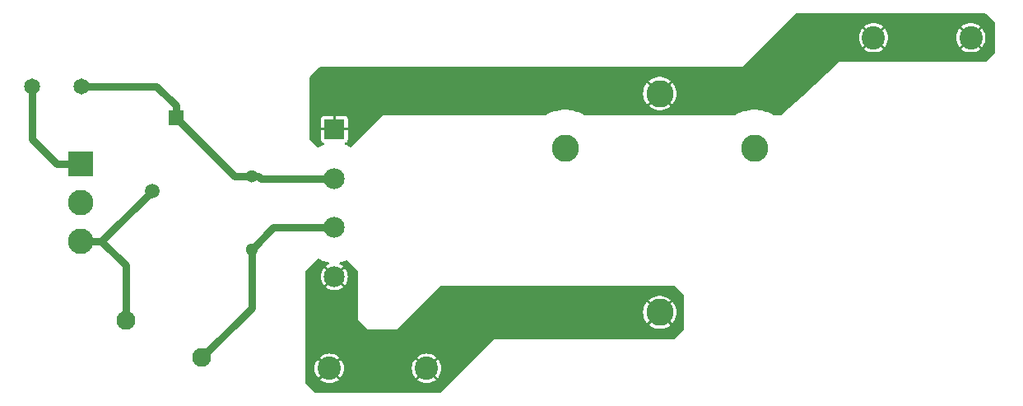
<source format=gbr>
%TF.GenerationSoftware,KiCad,Pcbnew,8.0.3*%
%TF.CreationDate,2024-08-03T11:21:45-05:00*%
%TF.ProjectId,1024A Capacitor Test PCB,31303234-4120-4436-9170-616369746f72,rev?*%
%TF.SameCoordinates,PX4a62f80PY7459280*%
%TF.FileFunction,Copper,L2,Bot*%
%TF.FilePolarity,Positive*%
%FSLAX46Y46*%
G04 Gerber Fmt 4.6, Leading zero omitted, Abs format (unit mm)*
G04 Created by KiCad (PCBNEW 8.0.3) date 2024-08-03 11:21:45*
%MOMM*%
%LPD*%
G01*
G04 APERTURE LIST*
%TA.AperFunction,ComponentPad*%
%ADD10C,2.800000*%
%TD*%
%TA.AperFunction,ComponentPad*%
%ADD11C,2.400000*%
%TD*%
%TA.AperFunction,ComponentPad*%
%ADD12R,1.515000X1.515000*%
%TD*%
%TA.AperFunction,ComponentPad*%
%ADD13C,1.515000*%
%TD*%
%TA.AperFunction,ComponentPad*%
%ADD14C,1.950000*%
%TD*%
%TA.AperFunction,ComponentPad*%
%ADD15R,2.625000X2.625000*%
%TD*%
%TA.AperFunction,ComponentPad*%
%ADD16C,2.625000*%
%TD*%
%TA.AperFunction,ComponentPad*%
%ADD17C,1.650000*%
%TD*%
%TA.AperFunction,ComponentPad*%
%ADD18C,1.300000*%
%TD*%
%TA.AperFunction,ComponentPad*%
%ADD19R,2.145000X2.145000*%
%TD*%
%TA.AperFunction,ComponentPad*%
%ADD20C,2.145000*%
%TD*%
%TA.AperFunction,Conductor*%
%ADD21C,0.762000*%
%TD*%
G04 APERTURE END LIST*
D10*
%TO.P,C2,1*%
%TO.N,/LINErect*%
X78000000Y33250000D03*
%TO.P,C2,2*%
%TO.N,/NEUTrect*%
X78000000Y10750000D03*
%TO.P,C2,NC1*%
%TO.N,unconnected-(C2-PadNC1)*%
X87742786Y27625000D03*
%TO.P,C2,NC2*%
%TO.N,unconnected-(C2-PadNC2)*%
X68257214Y27625000D03*
%TD*%
D11*
%TO.P,TP4,1,1*%
%TO.N,/NEUTrect*%
X54000000Y5000000D03*
%TD*%
%TO.P,TP3,1,1*%
%TO.N,/NEUTrect*%
X44000000Y5000000D03*
%TD*%
%TO.P,TP2,1,1*%
%TO.N,/LINErect*%
X110000000Y39000000D03*
%TD*%
%TO.P,TP1,1,1*%
%TO.N,/LINErect*%
X100000000Y39000000D03*
%TD*%
D12*
%TO.P,RV1,1,1*%
%TO.N,/LINEfused*%
X28250000Y30750000D03*
D13*
%TO.P,RV1,2,2*%
%TO.N,/NEUT*%
X25750000Y23250000D03*
%TD*%
D14*
%TO.P,RT1,1,1*%
%TO.N,/NEUT*%
X23100000Y9910000D03*
%TO.P,RT1,2,2*%
%TO.N,/NEUTicl*%
X30900000Y6090000D03*
%TD*%
D15*
%TO.P,J1,1,1*%
%TO.N,/LINE*%
X18450000Y26000000D03*
D16*
%TO.P,J1,2,2*%
%TO.N,unconnected-(J1-Pad2)*%
X18450000Y22040000D03*
%TO.P,J1,3,3*%
%TO.N,/NEUT*%
X18450000Y18080000D03*
%TD*%
D17*
%TO.P,F1,1,1*%
%TO.N,/LINE*%
X13460000Y34000000D03*
%TO.P,F1,2,2*%
%TO.N,/LINEfused*%
X18540000Y34000000D03*
%TD*%
D18*
%TO.P,C1,1*%
%TO.N,/LINEfused*%
X36000000Y24750000D03*
%TO.P,C1,2*%
%TO.N,/NEUTicl*%
X36000000Y17250000D03*
%TD*%
D19*
%TO.P,BR1,1,+*%
%TO.N,/LINErect*%
X44525000Y29575000D03*
D20*
%TO.P,BR1,2,~_1*%
%TO.N,/LINEfused*%
X44525000Y24525000D03*
%TO.P,BR1,3,~_2*%
%TO.N,/NEUTicl*%
X44525000Y19475000D03*
%TO.P,BR1,4,-*%
%TO.N,/NEUTrect*%
X44525000Y14425000D03*
%TD*%
D21*
%TO.N,/NEUTicl*%
X30900000Y6090000D02*
X36000000Y11190000D01*
X36000000Y11190000D02*
X36000000Y17250000D01*
X38225000Y19475000D02*
X36000000Y17250000D01*
X44525000Y19475000D02*
X38225000Y19475000D01*
%TO.N,/LINEfused*%
X36975000Y24525000D02*
X44525000Y24525000D01*
X36750000Y24750000D02*
X36975000Y24525000D01*
X36000000Y24750000D02*
X36750000Y24750000D01*
%TO.N,/NEUT*%
X23100000Y15560000D02*
X20580000Y18080000D01*
X23100000Y9910000D02*
X23100000Y15560000D01*
X20580000Y18080000D02*
X25750000Y23250000D01*
X18450000Y18080000D02*
X20580000Y18080000D01*
%TO.N,/LINEfused*%
X34250000Y24750000D02*
X28250000Y30750000D01*
X36000000Y24750000D02*
X34250000Y24750000D01*
X26250000Y34000000D02*
X18540000Y34000000D01*
X28250000Y32000000D02*
X26250000Y34000000D01*
X28250000Y30750000D02*
X28250000Y32000000D01*
%TO.N,/LINE*%
X13460000Y28540000D02*
X13460000Y34000000D01*
X16000000Y26000000D02*
X13460000Y28540000D01*
X18450000Y26000000D02*
X16000000Y26000000D01*
%TD*%
%TA.AperFunction,Conductor*%
%TO.N,/LINErect*%
G36*
X111515931Y41479998D02*
G01*
X111536905Y41463095D01*
X112463095Y40536905D01*
X112497121Y40474593D01*
X112500000Y40447810D01*
X112500000Y37552190D01*
X112479998Y37484069D01*
X112463095Y37463095D01*
X111536905Y36536905D01*
X111474593Y36502879D01*
X111447810Y36500000D01*
X96499999Y36500000D01*
X92676577Y32995196D01*
X90682562Y31167348D01*
X90536130Y31033119D01*
X90472399Y31001832D01*
X90450989Y31000000D01*
X89814511Y31000000D01*
X89753363Y31015832D01*
X89722218Y31033119D01*
X89480389Y31167345D01*
X89478702Y31168069D01*
X89113103Y31324961D01*
X88954625Y31374683D01*
X88731752Y31444610D01*
X88523713Y31487364D01*
X88340255Y31525065D01*
X87942627Y31565500D01*
X87942626Y31565500D01*
X87542946Y31565500D01*
X87542944Y31565500D01*
X87145316Y31525065D01*
X86778399Y31449662D01*
X86753820Y31444610D01*
X86610183Y31399544D01*
X86372468Y31324961D01*
X86005189Y31167348D01*
X86005185Y31167347D01*
X86005183Y31167345D01*
X85763354Y31033119D01*
X85732209Y31015832D01*
X85671061Y31000000D01*
X70328939Y31000000D01*
X70267791Y31015832D01*
X70236646Y31033119D01*
X69994817Y31167345D01*
X69993130Y31168069D01*
X69627531Y31324961D01*
X69469053Y31374683D01*
X69246180Y31444610D01*
X69038141Y31487364D01*
X68854683Y31525065D01*
X68457055Y31565500D01*
X68457054Y31565500D01*
X68057374Y31565500D01*
X68057372Y31565500D01*
X67659744Y31525065D01*
X67292827Y31449662D01*
X67268248Y31444610D01*
X67124611Y31399544D01*
X66886896Y31324961D01*
X66519617Y31167348D01*
X66519613Y31167347D01*
X66519611Y31167345D01*
X66277782Y31033119D01*
X66246637Y31015832D01*
X66185489Y31000000D01*
X49499998Y31000000D01*
X46282292Y27782294D01*
X46219980Y27748268D01*
X46149164Y27753333D01*
X46135994Y27759122D01*
X45996554Y27830170D01*
X45996546Y27830174D01*
X45748384Y27925434D01*
X45655335Y27961152D01*
X45598909Y28004237D01*
X45574732Y28070990D01*
X45590483Y28140217D01*
X45641161Y28189939D01*
X45667415Y28200363D01*
X45668493Y28200657D01*
X45772736Y28246685D01*
X45772739Y28246687D01*
X45853314Y28327262D01*
X45899343Y28431508D01*
X45899344Y28431510D01*
X45902299Y28456981D01*
X45902300Y28456986D01*
X45902300Y29448000D01*
X45228746Y29448000D01*
X45240000Y29504579D01*
X45240000Y29645421D01*
X45228746Y29702000D01*
X45902299Y29702000D01*
X45902299Y30693008D01*
X45902298Y30693015D01*
X45899343Y30718493D01*
X45853315Y30822737D01*
X45853313Y30822740D01*
X45772738Y30903315D01*
X45668492Y30949344D01*
X45668490Y30949345D01*
X45643019Y30952300D01*
X44652000Y30952300D01*
X44652000Y30278746D01*
X44595421Y30290000D01*
X44454579Y30290000D01*
X44398000Y30278746D01*
X44398000Y30952300D01*
X43406992Y30952300D01*
X43406985Y30952299D01*
X43381507Y30949344D01*
X43277263Y30903316D01*
X43277260Y30903314D01*
X43196685Y30822739D01*
X43150656Y30718493D01*
X43150655Y30718491D01*
X43147700Y30693020D01*
X43147700Y29702000D01*
X43821254Y29702000D01*
X43810000Y29645421D01*
X43810000Y29504579D01*
X43821254Y29448000D01*
X43147701Y29448000D01*
X43147701Y28456986D01*
X43150656Y28431508D01*
X43196684Y28327264D01*
X43196686Y28327261D01*
X43277261Y28246686D01*
X43381508Y28200656D01*
X43382584Y28200363D01*
X43383636Y28199717D01*
X43390177Y28196828D01*
X43389783Y28195937D01*
X43443065Y28163180D01*
X43473842Y28099201D01*
X43465144Y28028740D01*
X43419732Y27974166D01*
X43394662Y27961151D01*
X43053453Y27830174D01*
X43053437Y27830167D01*
X42880880Y27742245D01*
X42811103Y27729141D01*
X42745319Y27755842D01*
X42734583Y27765417D01*
X42036905Y28463095D01*
X42002879Y28525407D01*
X42000000Y28552190D01*
X42000000Y33250000D01*
X76290420Y33250000D01*
X76309515Y32995196D01*
X76366370Y32746097D01*
X76459720Y32508245D01*
X76459723Y32508237D01*
X76587476Y32286963D01*
X76707212Y32136819D01*
X76707213Y32136819D01*
X77207100Y32636706D01*
X77223249Y32612537D01*
X77362537Y32473249D01*
X77386703Y32457102D01*
X76886842Y31957240D01*
X76886842Y31957239D01*
X76934090Y31913400D01*
X77145214Y31769458D01*
X77145215Y31769457D01*
X77375410Y31658601D01*
X77375428Y31658594D01*
X77619572Y31583286D01*
X77619582Y31583284D01*
X77872248Y31545200D01*
X78127752Y31545200D01*
X78380417Y31583284D01*
X78380427Y31583286D01*
X78624571Y31658594D01*
X78624589Y31658601D01*
X78854784Y31769457D01*
X78854785Y31769458D01*
X79065905Y31913397D01*
X79065911Y31913403D01*
X79113155Y31957239D01*
X79113156Y31957240D01*
X78613295Y32457101D01*
X78637463Y32473249D01*
X78776751Y32612537D01*
X78792899Y32636705D01*
X79292786Y32136818D01*
X79412523Y32286963D01*
X79540276Y32508237D01*
X79540279Y32508245D01*
X79633629Y32746097D01*
X79690484Y32995196D01*
X79709579Y33250000D01*
X79690484Y33504805D01*
X79633629Y33753904D01*
X79540279Y33991756D01*
X79540276Y33991764D01*
X79412523Y34213038D01*
X79292786Y34363183D01*
X79292785Y34363183D01*
X78792898Y33863297D01*
X78776751Y33887463D01*
X78637463Y34026751D01*
X78613295Y34042900D01*
X79113156Y34542761D01*
X79113156Y34542763D01*
X79065909Y34586601D01*
X78854785Y34730543D01*
X78854784Y34730544D01*
X78624589Y34841400D01*
X78624571Y34841407D01*
X78380427Y34916715D01*
X78380417Y34916717D01*
X78127752Y34954800D01*
X77872248Y34954800D01*
X77619582Y34916717D01*
X77619572Y34916715D01*
X77375428Y34841407D01*
X77375410Y34841400D01*
X77145215Y34730544D01*
X77145214Y34730543D01*
X76934088Y34586598D01*
X76886842Y34542763D01*
X76886842Y34542762D01*
X77386704Y34042900D01*
X77362537Y34026751D01*
X77223249Y33887463D01*
X77207100Y33863296D01*
X76707213Y34363183D01*
X76707211Y34363183D01*
X76587480Y34213045D01*
X76587477Y34213040D01*
X76459723Y33991764D01*
X76459720Y33991756D01*
X76366370Y33753904D01*
X76309515Y33504805D01*
X76290420Y33250000D01*
X42000000Y33250000D01*
X42000000Y34947810D01*
X42020002Y35015931D01*
X42036905Y35036905D01*
X42963095Y35963095D01*
X43025407Y35997121D01*
X43052190Y36000000D01*
X86500000Y36000000D01*
X89500000Y39000000D01*
X98490547Y39000000D01*
X98509131Y38763871D01*
X98564425Y38533553D01*
X98655067Y38314725D01*
X98778830Y38112762D01*
X98778833Y38112758D01*
X98849919Y38029527D01*
X98849920Y38029526D01*
X99351292Y38530898D01*
X99378599Y38490030D01*
X99490030Y38378599D01*
X99530896Y38351294D01*
X99029524Y37849922D01*
X99029525Y37849921D01*
X99112757Y37778834D01*
X99112761Y37778831D01*
X99314724Y37655068D01*
X99533552Y37564426D01*
X99763870Y37509132D01*
X100000000Y37490548D01*
X100236129Y37509132D01*
X100466447Y37564426D01*
X100685275Y37655068D01*
X100887235Y37778829D01*
X100887237Y37778830D01*
X100970473Y37849921D01*
X100970474Y37849922D01*
X100469103Y38351293D01*
X100509970Y38378599D01*
X100621401Y38490030D01*
X100648707Y38530897D01*
X101150078Y38029526D01*
X101150079Y38029527D01*
X101221170Y38112763D01*
X101221171Y38112765D01*
X101344932Y38314725D01*
X101435574Y38533553D01*
X101490868Y38763871D01*
X101509452Y39000000D01*
X108490547Y39000000D01*
X108509131Y38763871D01*
X108564425Y38533553D01*
X108655067Y38314725D01*
X108778830Y38112762D01*
X108778833Y38112758D01*
X108849919Y38029527D01*
X108849920Y38029526D01*
X109351292Y38530898D01*
X109378599Y38490030D01*
X109490030Y38378599D01*
X109530896Y38351294D01*
X109029524Y37849922D01*
X109029525Y37849921D01*
X109112757Y37778834D01*
X109112761Y37778831D01*
X109314724Y37655068D01*
X109533552Y37564426D01*
X109763870Y37509132D01*
X110000000Y37490548D01*
X110236129Y37509132D01*
X110466447Y37564426D01*
X110685275Y37655068D01*
X110887235Y37778829D01*
X110887237Y37778830D01*
X110970473Y37849921D01*
X110970474Y37849922D01*
X110469103Y38351293D01*
X110509970Y38378599D01*
X110621401Y38490030D01*
X110648707Y38530897D01*
X111150078Y38029526D01*
X111150079Y38029527D01*
X111221170Y38112763D01*
X111221171Y38112765D01*
X111344932Y38314725D01*
X111435574Y38533553D01*
X111490868Y38763871D01*
X111509452Y39000000D01*
X111490868Y39236130D01*
X111435574Y39466448D01*
X111344932Y39685276D01*
X111221169Y39887239D01*
X111221166Y39887243D01*
X111150079Y39970475D01*
X111150078Y39970476D01*
X110648706Y39469105D01*
X110621401Y39509970D01*
X110509970Y39621401D01*
X110469102Y39648708D01*
X110970474Y40150080D01*
X110970473Y40150081D01*
X110887242Y40221167D01*
X110887238Y40221170D01*
X110685275Y40344933D01*
X110466447Y40435575D01*
X110236129Y40490869D01*
X110000000Y40509453D01*
X109763870Y40490869D01*
X109533552Y40435575D01*
X109314724Y40344933D01*
X109112762Y40221170D01*
X109112758Y40221168D01*
X109029525Y40150081D01*
X109029524Y40150080D01*
X109530896Y39648708D01*
X109490030Y39621401D01*
X109378599Y39509970D01*
X109351292Y39469104D01*
X108849920Y39970476D01*
X108849919Y39970475D01*
X108778832Y39887242D01*
X108778830Y39887238D01*
X108655067Y39685276D01*
X108564425Y39466448D01*
X108509131Y39236130D01*
X108490547Y39000000D01*
X101509452Y39000000D01*
X101490868Y39236130D01*
X101435574Y39466448D01*
X101344932Y39685276D01*
X101221169Y39887239D01*
X101221166Y39887243D01*
X101150079Y39970475D01*
X101150078Y39970476D01*
X100648706Y39469105D01*
X100621401Y39509970D01*
X100509970Y39621401D01*
X100469102Y39648708D01*
X100970474Y40150080D01*
X100970473Y40150081D01*
X100887242Y40221167D01*
X100887238Y40221170D01*
X100685275Y40344933D01*
X100466447Y40435575D01*
X100236129Y40490869D01*
X100000000Y40509453D01*
X99763870Y40490869D01*
X99533552Y40435575D01*
X99314724Y40344933D01*
X99112762Y40221170D01*
X99112758Y40221168D01*
X99029525Y40150081D01*
X99029524Y40150080D01*
X99530896Y39648708D01*
X99490030Y39621401D01*
X99378599Y39509970D01*
X99351292Y39469104D01*
X98849920Y39970476D01*
X98849919Y39970475D01*
X98778832Y39887242D01*
X98778830Y39887238D01*
X98655067Y39685276D01*
X98564425Y39466448D01*
X98509131Y39236130D01*
X98490547Y39000000D01*
X89500000Y39000000D01*
X91963095Y41463095D01*
X92025407Y41497121D01*
X92052190Y41500000D01*
X111447810Y41500000D01*
X111515931Y41479998D01*
G37*
%TD.AperFunction*%
%TD*%
%TA.AperFunction,Conductor*%
%TO.N,/NEUTrect*%
G36*
X42867710Y16263546D02*
G01*
X42880865Y16257764D01*
X43053444Y16169831D01*
X43053448Y16169830D01*
X43053453Y16169827D01*
X43324403Y16065819D01*
X43406989Y16034117D01*
X43772784Y15936103D01*
X43908702Y15914576D01*
X43972855Y15884164D01*
X44010383Y15823896D01*
X44009369Y15752906D01*
X43970137Y15693734D01*
X43948962Y15679313D01*
X43769102Y15581978D01*
X43644561Y15485044D01*
X43644561Y15485043D01*
X44117178Y15012426D01*
X44069214Y14980377D01*
X43969623Y14880786D01*
X43937574Y14832822D01*
X43464181Y15306215D01*
X43434389Y15273851D01*
X43309549Y15082769D01*
X43217863Y14873745D01*
X43217860Y14873738D01*
X43161830Y14652481D01*
X43142980Y14425000D01*
X43161830Y14197520D01*
X43217860Y13976263D01*
X43217863Y13976256D01*
X43309548Y13767235D01*
X43434394Y13576144D01*
X43464181Y13543788D01*
X43937573Y14017180D01*
X43969623Y13969214D01*
X44069214Y13869623D01*
X44117178Y13837575D01*
X43644561Y13364958D01*
X43769106Y13268020D01*
X43769107Y13268019D01*
X43969849Y13159384D01*
X43969852Y13159382D01*
X44185729Y13085271D01*
X44185736Y13085269D01*
X44410878Y13047700D01*
X44639122Y13047700D01*
X44864263Y13085269D01*
X44864270Y13085271D01*
X45080147Y13159382D01*
X45080150Y13159384D01*
X45280890Y13268019D01*
X45280892Y13268020D01*
X45405438Y13364957D01*
X45405438Y13364958D01*
X44932821Y13837575D01*
X44980786Y13869623D01*
X45080377Y13969214D01*
X45112425Y14017179D01*
X45585817Y13543787D01*
X45615609Y13576149D01*
X45740450Y13767232D01*
X45832136Y13976256D01*
X45832139Y13976263D01*
X45888169Y14197520D01*
X45907019Y14425000D01*
X45888169Y14652481D01*
X45832139Y14873738D01*
X45832136Y14873745D01*
X45740451Y15082766D01*
X45615605Y15273857D01*
X45585817Y15306214D01*
X45112425Y14832823D01*
X45080377Y14880786D01*
X44980786Y14980377D01*
X44932820Y15012427D01*
X45405437Y15485044D01*
X45280893Y15581981D01*
X45280892Y15581982D01*
X45101039Y15679313D01*
X45050648Y15729327D01*
X45035296Y15798643D01*
X45059857Y15865256D01*
X45116532Y15908016D01*
X45141296Y15914576D01*
X45277216Y15936103D01*
X45643011Y16034117D01*
X45799936Y16094356D01*
X45870695Y16100094D01*
X45933329Y16066664D01*
X45934181Y16065819D01*
X46963095Y15036905D01*
X46997121Y14974593D01*
X47000000Y14947810D01*
X47000000Y9999999D01*
X47999998Y9000001D01*
X48000000Y9000000D01*
X51000000Y9000000D01*
X52750000Y10750000D01*
X76290420Y10750000D01*
X76309515Y10495196D01*
X76366370Y10246097D01*
X76459720Y10008245D01*
X76459723Y10008237D01*
X76587476Y9786963D01*
X76707212Y9636819D01*
X76707213Y9636819D01*
X77207100Y10136706D01*
X77223249Y10112537D01*
X77362537Y9973249D01*
X77386703Y9957102D01*
X76886842Y9457240D01*
X76886842Y9457239D01*
X76934090Y9413400D01*
X77145214Y9269458D01*
X77145215Y9269457D01*
X77375410Y9158601D01*
X77375428Y9158594D01*
X77619572Y9083286D01*
X77619582Y9083284D01*
X77872248Y9045200D01*
X78127752Y9045200D01*
X78380417Y9083284D01*
X78380427Y9083286D01*
X78624571Y9158594D01*
X78624589Y9158601D01*
X78854784Y9269457D01*
X78854785Y9269458D01*
X79065905Y9413397D01*
X79065911Y9413403D01*
X79113155Y9457239D01*
X79113156Y9457240D01*
X78613295Y9957101D01*
X78637463Y9973249D01*
X78776751Y10112537D01*
X78792899Y10136705D01*
X79292786Y9636818D01*
X79412523Y9786963D01*
X79540276Y10008237D01*
X79540279Y10008245D01*
X79633629Y10246097D01*
X79690484Y10495196D01*
X79709579Y10750000D01*
X79690484Y11004805D01*
X79633629Y11253904D01*
X79540279Y11491756D01*
X79540276Y11491764D01*
X79412523Y11713038D01*
X79292786Y11863183D01*
X79292785Y11863183D01*
X78792898Y11363297D01*
X78776751Y11387463D01*
X78637463Y11526751D01*
X78613295Y11542900D01*
X79113156Y12042761D01*
X79113156Y12042763D01*
X79065909Y12086601D01*
X78854785Y12230543D01*
X78854784Y12230544D01*
X78624589Y12341400D01*
X78624571Y12341407D01*
X78380427Y12416715D01*
X78380417Y12416717D01*
X78127752Y12454800D01*
X77872248Y12454800D01*
X77619582Y12416717D01*
X77619572Y12416715D01*
X77375428Y12341407D01*
X77375410Y12341400D01*
X77145215Y12230544D01*
X77145214Y12230543D01*
X76934088Y12086598D01*
X76886842Y12042763D01*
X76886842Y12042762D01*
X77386704Y11542900D01*
X77362537Y11526751D01*
X77223249Y11387463D01*
X77207100Y11363296D01*
X76707213Y11863183D01*
X76707211Y11863183D01*
X76587480Y11713045D01*
X76587477Y11713040D01*
X76459723Y11491764D01*
X76459720Y11491756D01*
X76366370Y11253904D01*
X76309515Y11004805D01*
X76290420Y10750000D01*
X52750000Y10750000D01*
X55463095Y13463095D01*
X55525407Y13497121D01*
X55552190Y13500000D01*
X79447810Y13500000D01*
X79515931Y13479998D01*
X79536905Y13463095D01*
X80463095Y12536905D01*
X80497121Y12474593D01*
X80500000Y12447810D01*
X80500000Y9052190D01*
X80479998Y8984069D01*
X80463095Y8963095D01*
X79536905Y8036905D01*
X79474593Y8002879D01*
X79447810Y8000000D01*
X60999998Y8000000D01*
X55536905Y2536905D01*
X55474593Y2502879D01*
X55447810Y2500000D01*
X42552190Y2500000D01*
X42484069Y2520002D01*
X42463095Y2536905D01*
X41536905Y3463095D01*
X41502879Y3525407D01*
X41500000Y3552190D01*
X41500000Y5000000D01*
X42490547Y5000000D01*
X42509131Y4763871D01*
X42564425Y4533553D01*
X42655067Y4314725D01*
X42778830Y4112762D01*
X42778833Y4112758D01*
X42849919Y4029527D01*
X42849920Y4029526D01*
X43351292Y4530898D01*
X43378599Y4490030D01*
X43490030Y4378599D01*
X43530896Y4351294D01*
X43029524Y3849922D01*
X43029525Y3849921D01*
X43112757Y3778834D01*
X43112761Y3778831D01*
X43314724Y3655068D01*
X43533552Y3564426D01*
X43763870Y3509132D01*
X44000000Y3490548D01*
X44236129Y3509132D01*
X44466447Y3564426D01*
X44685275Y3655068D01*
X44887235Y3778829D01*
X44887237Y3778830D01*
X44970473Y3849921D01*
X44970474Y3849922D01*
X44469103Y4351293D01*
X44509970Y4378599D01*
X44621401Y4490030D01*
X44648707Y4530897D01*
X45150078Y4029526D01*
X45150079Y4029527D01*
X45221170Y4112763D01*
X45221171Y4112765D01*
X45344932Y4314725D01*
X45435574Y4533553D01*
X45490868Y4763871D01*
X45509452Y5000000D01*
X52490547Y5000000D01*
X52509131Y4763871D01*
X52564425Y4533553D01*
X52655067Y4314725D01*
X52778830Y4112762D01*
X52778833Y4112758D01*
X52849919Y4029527D01*
X52849920Y4029526D01*
X53351292Y4530898D01*
X53378599Y4490030D01*
X53490030Y4378599D01*
X53530896Y4351294D01*
X53029524Y3849922D01*
X53029525Y3849921D01*
X53112757Y3778834D01*
X53112761Y3778831D01*
X53314724Y3655068D01*
X53533552Y3564426D01*
X53763870Y3509132D01*
X54000000Y3490548D01*
X54236129Y3509132D01*
X54466447Y3564426D01*
X54685275Y3655068D01*
X54887235Y3778829D01*
X54887237Y3778830D01*
X54970473Y3849921D01*
X54970474Y3849922D01*
X54469103Y4351293D01*
X54509970Y4378599D01*
X54621401Y4490030D01*
X54648707Y4530897D01*
X55150078Y4029526D01*
X55150079Y4029527D01*
X55221170Y4112763D01*
X55221171Y4112765D01*
X55344932Y4314725D01*
X55435574Y4533553D01*
X55490868Y4763871D01*
X55509452Y5000000D01*
X55490868Y5236130D01*
X55435574Y5466448D01*
X55344932Y5685276D01*
X55221169Y5887239D01*
X55221166Y5887243D01*
X55150079Y5970475D01*
X55150078Y5970476D01*
X54648706Y5469105D01*
X54621401Y5509970D01*
X54509970Y5621401D01*
X54469102Y5648708D01*
X54970474Y6150080D01*
X54970473Y6150081D01*
X54887242Y6221167D01*
X54887238Y6221170D01*
X54685275Y6344933D01*
X54466447Y6435575D01*
X54236129Y6490869D01*
X54000000Y6509453D01*
X53763870Y6490869D01*
X53533552Y6435575D01*
X53314724Y6344933D01*
X53112762Y6221170D01*
X53112758Y6221168D01*
X53029525Y6150081D01*
X53029524Y6150080D01*
X53530896Y5648708D01*
X53490030Y5621401D01*
X53378599Y5509970D01*
X53351292Y5469104D01*
X52849920Y5970476D01*
X52849919Y5970475D01*
X52778832Y5887242D01*
X52778830Y5887238D01*
X52655067Y5685276D01*
X52564425Y5466448D01*
X52509131Y5236130D01*
X52490547Y5000000D01*
X45509452Y5000000D01*
X45490868Y5236130D01*
X45435574Y5466448D01*
X45344932Y5685276D01*
X45221169Y5887239D01*
X45221166Y5887243D01*
X45150079Y5970475D01*
X45150078Y5970476D01*
X44648706Y5469105D01*
X44621401Y5509970D01*
X44509970Y5621401D01*
X44469102Y5648708D01*
X44970474Y6150080D01*
X44970473Y6150081D01*
X44887242Y6221167D01*
X44887238Y6221170D01*
X44685275Y6344933D01*
X44466447Y6435575D01*
X44236129Y6490869D01*
X44000000Y6509453D01*
X43763870Y6490869D01*
X43533552Y6435575D01*
X43314724Y6344933D01*
X43112762Y6221170D01*
X43112758Y6221168D01*
X43029525Y6150081D01*
X43029524Y6150080D01*
X43530896Y5648708D01*
X43490030Y5621401D01*
X43378599Y5509970D01*
X43351292Y5469104D01*
X42849920Y5970476D01*
X42849919Y5970475D01*
X42778832Y5887242D01*
X42778830Y5887238D01*
X42655067Y5685276D01*
X42564425Y5466448D01*
X42509131Y5236130D01*
X42490547Y5000000D01*
X41500000Y5000000D01*
X41500000Y14947811D01*
X41520002Y15015932D01*
X41536900Y15036901D01*
X42734587Y16234588D01*
X42796895Y16268610D01*
X42867710Y16263546D01*
G37*
%TD.AperFunction*%
%TD*%
M02*

</source>
